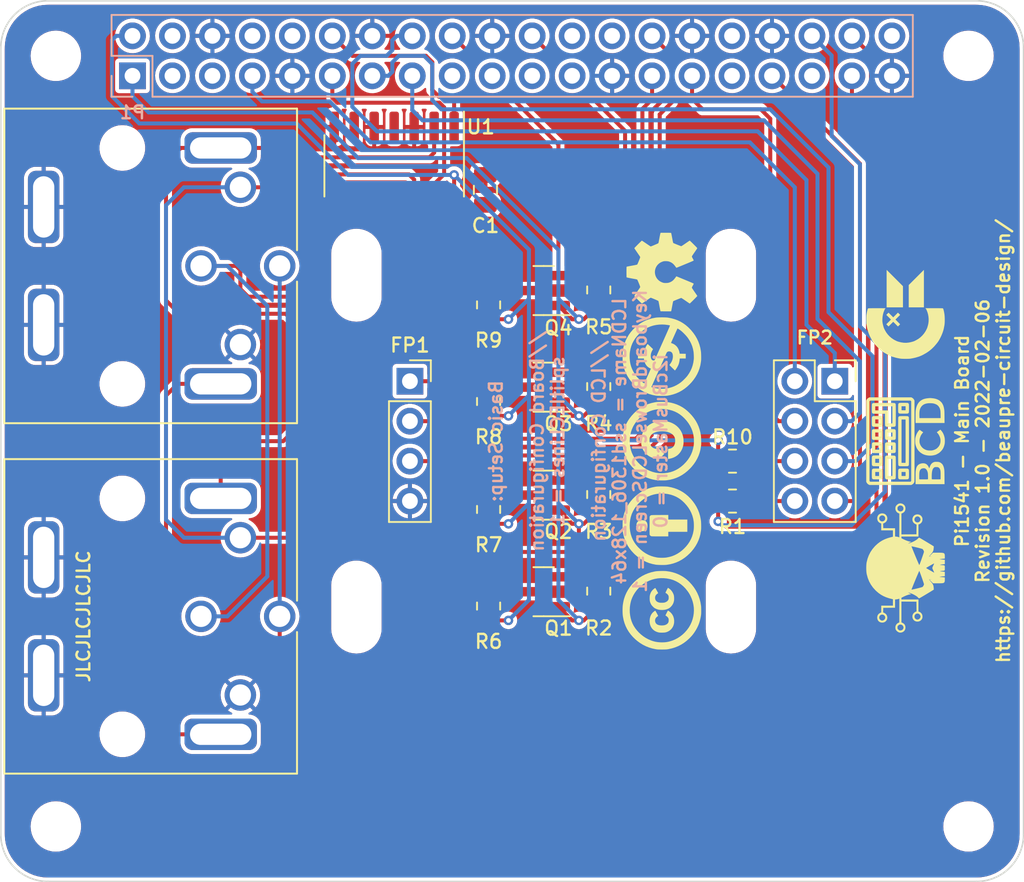
<source format=kicad_pcb>
(kicad_pcb (version 20211014) (generator pcbnew)
  (title_block (title "Pi1541 - Main Board") (date "2022-02-06") (rev "1.0") (company "Beaupré Circuit Design"))
  (layers (0 "F.Cu" mixed) (31 "B.Cu" mixed) (34 "B.Paste" user) (35 "F.Paste" user) (36 "B.SilkS" user "B.Silkscreen") (37 "F.SilkS" user "F.Silkscreen") (38 "B.Mask" user) (39 "F.Mask" user) (44 "Edge.Cuts" user))
  (net 0 "")
  (net 1 "+5V")
  (net 2 "GND")
  (net 3 "/SQR")
  (net 4 "/ATN")
  (net 5 "/CLOCK")
  (net 6 "/DATA")
  (net 7 "/RESET")
  (net 8 "+3V3")
  (net 13 "/36-LED")
  (net 14 "/33-SPEAKER")
  (net 17 "/7-SW4")
  (net 20 "/11-CLOCK_OUT")
  (net 21 "/12-DATA_OUT")
  (net 22 "/13-SW1")
  (net 23 "/15-SW2")
  (net 24 "/16-SW3")
  (net 25 "/18-ATN")
  (net 28 "/22-DATA_IN")
  (net 32 "/27-DS-SDA")
  (net 33 "/28-DS-SCL")
  (net 34 "/29-SW5")
  (net 38 "/37-CLOCK_IN")
  (net 39 "/38-RESET")
  (net 42 "/ACT_LED")
  (net 43 "/PWR_LED")
  (footprint "DIN_45322:DIN_45322" (layer "F.Cu") (at 114.725 95.141666 -90)
    (fp_text reference "J1")
    (fp_text value "DIN-45322")
    (pad "" np_thru_hole circle (at 7.5 0 270) (size 2.4 2.4) (drill 2.4) (layers *.Cu *.Mask))
    (pad "" np_thru_hole circle (at -7.5 0 270) (size 2.4 2.4) (drill 2.4) (layers *.Cu *.Mask))
    (pad "1" thru_hole roundrect (at 7.5 -6.25 270) (size 2 4.6) (drill oval 1.35 3.9) (layers *.Cu *.Mask) (net 3 "/SQR"))
    (pad "2" thru_hole circle (at 5 -7.5 270) (size 2 2) (drill 1.35) (layers *.Cu *.Mask) (net 2 "GND"))
    (pad "3" thru_hole circle (at 0 -5 270) (size 2 2) (drill 1.35) (layers *.Cu *.Mask) (net 4 "/ATN"))
    (pad "4" thru_hole circle (at -5 -7.5 270) (size 2 2) (drill 1.35) (layers *.Cu *.Mask) (net 5 "/CLOCK"))
    (pad "5" thru_hole roundrect (at -7.5 -6.25 270) (size 2 4.6) (drill oval 1.35 3.9) (layers *.Cu *.Mask) (net 6 "/DATA"))
    (pad "6" thru_hole circle (at 0 -10 270) (size 2 2) (drill 1.35) (layers *.Cu *.Mask) (net 7 "/RESET"))
    (pad "7" thru_hole roundrect (at 3.75 5) (size 2 4.6) (drill oval 1.35 3.9) (layers *.Cu *.Mask) (net 2 "GND"))
    (pad "7" thru_hole roundrect (at -3.75 5) (size 2 4.6) (drill oval 1.35 3.9) (layers *.Cu *.Mask) (net 2 "GND"))
  )
  (footprint "Resistor_SMD:R_0805_2012Metric" (layer "F.Cu") (at 153.5 85.27)
    (fp_text reference "R1" (at 0 4.17 180) (layer "F.SilkS") (effects (font (size 0.889 0.889))))
    (fp_text value "100Ω")
    (pad "1" smd roundrect (at -0.9125 0) (size 1.025 1.4) (layers "F.Cu" "F.Paste" "F.Mask") (roundrect_rratio 0.243902439) (net 8 "+3V3"))
    (pad "2" smd roundrect (at 0.9125 0) (size 1.025 1.4) (layers "F.Cu" "F.Paste" "F.Mask") (roundrect_rratio 0.243902439) (net 43 "/PWR_LED"))
  )
  (footprint "Resistor_SMD:R_0805_2012Metric" (layer "F.Cu") (at 145 80.530224 90)
    (fp_text reference "R4" (at -2.3525 0) (layer "F.SilkS") (effects (font (size 0.889 0.889))))
    (fp_text value "1KΩ")
    (pad "1" smd roundrect (at -0.9125 0 90) (size 1.025 1.4) (layers "F.Cu" "F.Paste" "F.Mask") (roundrect_rratio 0.243902439) (net 8 "+3V3"))
    (pad "2" smd roundrect (at 0.9125 0 90) (size 1.025 1.4) (layers "F.Cu" "F.Paste" "F.Mask") (roundrect_rratio 0.243902439) (net 28 "/22-DATA_IN"))
  )
  (footprint "Resistor_SMD:R_0805_2012Metric" (layer "F.Cu") (at 145 93.5375 90)
    (fp_text reference "R2" (at -2.3525 0) (layer "F.SilkS") (effects (font (size 0.889 0.889))))
    (fp_text value "1KΩ")
    (pad "1" smd roundrect (at -0.9125 0 90) (size 1.025 1.4) (layers "F.Cu" "F.Paste" "F.Mask") (roundrect_rratio 0.243902439) (net 8 "+3V3"))
    (pad "2" smd roundrect (at 0.9125 0 90) (size 1.025 1.4) (layers "F.Cu" "F.Paste" "F.Mask") (roundrect_rratio 0.243902439) (net 39 "/38-RESET"))
  )
  (footprint "Connector_PinSocket_2.54mm:PinSocket_1x04_P2.54mm_Vertical" (layer "F.Cu") (at 133 80.19)
    (fp_text reference "FP1" (at 0 -2.29) (layer "F.SilkS") (effects (font (size 0.889 0.889))))
    (fp_text value "Conn_01x04_Counter_Clockwise")
    (pad "1" thru_hole rect (at 0 0) (size 1.7 1.7) (drill 1) (layers *.Cu *.Mask) (net 32 "/27-DS-SDA"))
    (pad "2" thru_hole oval (at 0 2.54) (size 1.7 1.7) (drill 1) (layers *.Cu *.Mask) (net 33 "/28-DS-SCL"))
    (pad "3" thru_hole oval (at 0 5.08) (size 1.7 1.7) (drill 1) (layers *.Cu *.Mask) (net 8 "+3V3"))
    (pad "4" thru_hole oval (at 0 7.62) (size 1.7 1.7) (drill 1) (layers *.Cu *.Mask) (net 2 "GND"))
  )
  (footprint "DIN_45322:DIN_45322" (layer "F.Cu") (at 114.725 72.858333 -90)
    (fp_text reference "J2")
    (fp_text value "DIN-45322")
    (pad "" np_thru_hole circle (at -7.5 0 270) (size 2.4 2.4) (drill 2.4) (layers *.Cu *.Mask))
    (pad "" np_thru_hole circle (at 7.5 0 270) (size 2.4 2.4) (drill 2.4) (layers *.Cu *.Mask))
    (pad "1" thru_hole roundrect (at 7.5 -6.25 270) (size 2 4.6) (drill oval 1.35 3.9) (layers *.Cu *.Mask) (net 3 "/SQR"))
    (pad "2" thru_hole circle (at 5 -7.5 270) (size 2 2) (drill 1.35) (layers *.Cu *.Mask) (net 2 "GND"))
    (pad "3" thru_hole circle (at 0 -5 270) (size 2 2) (drill 1.35) (layers *.Cu *.Mask) (net 4 "/ATN"))
    (pad "4" thru_hole circle (at -5 -7.5 270) (size 2 2) (drill 1.35) (layers *.Cu *.Mask) (net 5 "/CLOCK"))
    (pad "5" thru_hole roundrect (at -7.5 -6.25 270) (size 2 4.6) (drill oval 1.35 3.9) (layers *.Cu *.Mask) (net 6 "/DATA"))
    (pad "6" thru_hole circle (at 0 -10 270) (size 2 2) (drill 1.35) (layers *.Cu *.Mask) (net 7 "/RESET"))
    (pad "7" thru_hole roundrect (at -3.75 5) (size 2 4.6) (drill oval 1.35 3.9) (layers *.Cu *.Mask) (net 2 "GND"))
    (pad "7" thru_hole roundrect (at 3.75 5) (size 2 4.6) (drill oval 1.35 3.9) (layers *.Cu *.Mask) (net 2 "GND"))
  )
  (footprint "MountingHole:MountingHole_2.7mm_M2.5" (layer "F.Cu") (at 168.5 108.5)
    (fp_text reference "MK4")
    (fp_text value "M2.5")
    (pad "" np_thru_hole circle (at 0 0) (size 2.7 2.7) (drill 2.7) (layers *.Cu *.Mask))
  )
  (footprint "Resistor_SMD:R_0805_2012Metric" (layer "F.Cu") (at 138 94.4875 90)
    (fp_text reference "R6" (at -2.2525 0) (layer "F.SilkS") (effects (font (size 0.889 0.889))))
    (fp_text value "1KΩ")
    (pad "1" smd roundrect (at -0.9125 0 90) (size 1.025 1.4) (layers "F.Cu" "F.Paste" "F.Mask") (roundrect_rratio 0.243902439) (net 1 "+5V"))
    (pad "2" smd roundrect (at 0.9125 0 90) (size 1.025 1.4) (layers "F.Cu" "F.Paste" "F.Mask") (roundrect_rratio 0.243902439) (net 7 "/RESET"))
  )
  (footprint "Resistor_SMD:R_0805_2012Metric" (layer "F.Cu") (at 153.5 87.81)
    (fp_text reference "R10" (at 0 -4.07) (layer "F.SilkS") (effects (font (size 0.889 0.889))))
    (fp_text value "100Ω")
    (pad "1" smd roundrect (at -0.9125 0) (size 1.025 1.4) (layers "F.Cu" "F.Paste" "F.Mask") (roundrect_rratio 0.243902439) (net 13 "/36-LED"))
    (pad "2" smd roundrect (at 0.9125 0) (size 1.025 1.4) (layers "F.Cu" "F.Paste" "F.Mask") (roundrect_rratio 0.243902439) (net 42 "/ACT_LED"))
  )
  (footprint "Creative_Common:CreativeCommons_NonCommercial_5mm" (layer "F.Cu") (at 149.010384 78.626393 90)
    (fp_text reference "G7" hide)
    (fp_text value "CreativeCommons_NonCommercial" hide)
  )
  (footprint "MountingHole:MountingHole_2.7mm_M2.5" (layer "F.Cu") (at 110.5 108.5)
    (fp_text reference "MK3" hide)
    (fp_text value "M2.5" hide)
    (pad "" np_thru_hole circle (at 0 0) (size 2.7 2.7) (drill 2.7) (layers *.Cu *.Mask))
  )
  (footprint "Connector_PinSocket_2.54mm:PinSocket_2x04_P2.54mm_Vertical" (layer "F.Cu") (at 160 80.19)
    (fp_text reference "FP2" (at -1.27 -2.77) (layer "F.SilkS") (effects (font (size 0.8128 0.8128) (thickness 0.1524))))
    (fp_text value "Conn_02x04_Counter_Clockwise")
    (pad "1" thru_hole rect (at 0 0) (size 1.7 1.7) (drill 1) (layers *.Cu *.Mask) (net 24 "/16-SW3"))
    (pad "2" thru_hole oval (at -2.54 0) (size 1.7 1.7) (drill 1) (layers *.Cu *.Mask) (net 17 "/7-SW4"))
    (pad "3" thru_hole oval (at 0 2.54) (size 1.7 1.7) (drill 1) (layers *.Cu *.Mask) (net 23 "/15-SW2"))
    (pad "4" thru_hole oval (at -2.54 2.54) (size 1.7 1.7) (drill 1) (layers *.Cu *.Mask) (net 34 "/29-SW5"))
    (pad "5" thru_hole oval (at 0 5.08) (size 1.7 1.7) (drill 1) (layers *.Cu *.Mask) (net 22 "/13-SW1"))
    (pad "6" thru_hole oval (at -2.54 5.08) (size 1.7 1.7) (drill 1) (layers *.Cu *.Mask) (net 43 "/PWR_LED"))
    (pad "7" thru_hole oval (at 0 7.62) (size 1.7 1.7) (drill 1) (layers *.Cu *.Mask) (net 14 "/33-SPEAKER"))
    (pad "8" thru_hole oval (at -2.54 7.62) (size 1.7 1.7) (drill 1) (layers *.Cu *.Mask) (net 42 "/ACT_LED"))
  )
  (footprint "BeaupreCircuitDesign:ChickenLips_5mm" (layer "F.Cu") (at 164.489973 75.944855 90)
    (fp_text reference "G2" hide)
    (fp_text value "ChickenLips" hide)
  )
  (footprint "BeaupreCircuitDesign:Open_Source_Hardware_5mm" (layer "F.Cu") (at 149.007744 73.25 90)
    (fp_text reference "G3" hide)
    (fp_text value "OpenSource_Hardware" hide)
  )
  (footprint "BeaupreCircuitDesign:BCD_Logo_5mm" (layer "F.Cu") (at 164.495325 84.001383 90)
    (fp_text reference "G1" hide)
    (fp_text value "BCD_Logo" hide)
  )
  (footprint "Package_TO_SOT_SMD:SOT-23" (layer "F.Cu") (at 141.5 80.567724 180)
    (fp_text reference "Q3" (at -0.9375 -2.332276) (layer "F.SilkS") (effects (font (size 0.889 0.889))))
    (fp_text value "BSS138")
    (pad "1" smd roundrect (at -0.9375 -0.95 180) (size 1.475 0.6) (layers "F.Cu" "F.Paste" "F.Mask") (net 8 "+3V3"))
    (pad "2" smd roundrect (at -0.9375 0.95 180) (size 1.475 0.6) (layers "F.Cu" "F.Paste" "F.Mask") (net 28 "/22-DATA_IN"))
    (pad "3" smd roundrect (at 0.9375 0 180) (size 1.475 0.6) (layers "F.Cu" "F.Paste" "F.Mask") (net 6 "/DATA"))
  )
  (footprint "Resistor_SMD:R_0805_2012Metric" (layer "F.Cu") (at 138 81.480224 90)
    (fp_text reference "R8" (at -2.2525 0) (layer "F.SilkS") (effects (font (size 0.889 0.889))))
    (fp_text value "1KΩ" hide)
    (pad "1" smd roundrect (at -0.9125 0 90) (size 1.025 1.4) (layers "F.Cu" "F.Paste" "F.Mask") (roundrect_rratio 0.243902439) (net 1 "+5V"))
    (pad "2" smd roundrect (at 0.9125 0 90) (size 1.025 1.4) (layers "F.Cu" "F.Paste" "F.Mask") (roundrect_rratio 0.243902439) (net 6 "/DATA"))
  )
  (footprint "Resistor_SMD:R_0805_2012Metric" (layer "F.Cu") (at 138 88.344767 90)
    (fp_text reference "R7" (at -2.2525 0) (layer "F.SilkS") (effects (font (size 0.889 0.889))))
    (fp_text value "1KΩ")
    (pad "1" smd roundrect (at -0.9125 0 90) (size 1.025 1.4) (layers "F.Cu" "F.Paste" "F.Mask") (roundrect_rratio 0.243902439) (net 1 "+5V"))
    (pad "2" smd roundrect (at 0.9125 0 90) (size 1.025 1.4) (layers "F.Cu" "F.Paste" "F.Mask") (roundrect_rratio 0.243902439) (net 5 "/CLOCK"))
  )
  (footprint "Display_I2C_OLED:128x64 I2C OLED Mounting Holes" (layer "F.Cu") (at 141.5 84 90)
    (fp_text reference "DM1")
    (fp_text value "128x64_I2C_OLED_Mounting_Holes" hide)
    (pad "" np_thru_hole oval (at -10.55 11.9 90) (size 5.4 2.7) (drill oval 5.4 2.7) (layers F&B.Cu *.Mask))
    (pad "" np_thru_hole oval (at 10.55 -11.9 90) (size 5.4 2.7) (drill oval 5.4 2.7) (layers F&B.Cu *.Mask))
    (pad "" np_thru_hole oval (at 10.55 11.9 90) (size 5.4 2.7) (drill oval 5.4 2.7) (layers F&B.Cu *.Mask))
    (pad "" np_thru_hole oval (at -10.55 -11.9 90) (size 5.4 2.7) (drill oval 5.4 2.7) (layers F&B.Cu *.Mask))
  )
  (footprint "Creative_Common:CreativeCommons_Attribution_5mm" (layer "F.Cu") (at 149.010384 89.376215 90)
    (fp_text reference "G6" hide)
    (fp_text value "CreativeCommons_Attribution" hide)
  )
  (footprint "Capacitor_SMD:C_0805_2012Metric" (layer "F.Cu") (at 137.8 68.0225 90)
    (fp_text reference "C1" (at -2.275 0) (layer "F.SilkS") (effects (font (size 0.889 0.889))))
    (fp_text value "100nF")
    (pad "1" smd roundrect (at -0.95 0 90) (size 1 1.45) (layers "F.Cu" "F.Paste" "F.Mask") (net 1 "+5V"))
    (pad "2" smd roundrect (at 0.95 0 90) (size 1 1.45) (layers "F.Cu" "F.Paste" "F.Mask") (net 2 "GND"))
  )
  (footprint "Package_TO_SOT_SMD:SOT-23" (layer "F.Cu") (at 141.5 93.575 180)
    (fp_text reference "Q1" (at -0.9375 -2.325) (layer "F.SilkS") (effects (font (size 0.889 0.889))))
    (fp_text value "BSS138")
    (pad "1" smd roundrect (at -0.9375 -0.95 180) (size 1.475 0.6) (layers "F.Cu" "F.Paste" "F.Mask") (net 8 "+3V3"))
    (pad "2" smd roundrect (at -0.9375 0.95 180) (size 1.475 0.6) (layers "F.Cu" "F.Paste" "F.Mask") (net 39 "/38-RESET"))
    (pad "3" smd roundrect (at 0.9375 0 180) (size 1.475 0.6) (layers "F.Cu" "F.Paste" "F.Mask") (net 7 "/RESET"))
  )
  (footprint "Package_TO_SOT_SMD:SOT-23" (layer "F.Cu") (at 141.5 74.425 180)
    (fp_text reference "Q4" (at -0.9375 -2.375) (layer "F.SilkS") (effects (font (size 0.889 0.889))))
    (fp_text value "BSS138")
    (pad "1" smd roundrect (at -0.9375 -0.95 180) (size 1.475 0.6) (layers "F.Cu" "F.Paste" "F.Mask") (net 8 "+3V3"))
    (pad "2" smd roundrect (at -0.9375 0.95 180) (size 1.475 0.6) (layers "F.Cu" "F.Paste" "F.Mask") (net 25 "/18-ATN"))
    (pad "3" smd roundrect (at 0.9375 0 180) (size 1.475 0.6) (layers "F.Cu" "F.Paste" "F.Mask") (net 4 "/ATN"))
  )
  (footprint "Creative_Common:CreativeCommons_ShareAlike_5mm" (layer "F.Cu") (at 149.01316 84.000224 90)
    (fp_text reference "G8" hide)
    (fp_text value "CreativeCommons_ShareAlike" hide)
  )
  (footprint "Resistor_SMD:R_0805_2012Metric" (layer "F.Cu") (at 145 74.3875 90)
    (fp_text reference "R5" (at -2.3525 0) (layer "F.SilkS") (effects (font (size 0.889 0.889))))
    (fp_text value "1KΩ")
    (pad "1" smd roundrect (at -0.9125 0 90) (size 1.025 1.4) (layers "F.Cu" "F.Paste" "F.Mask") (roundrect_rratio 0.243902439) (net 8 "+3V3"))
    (pad "2" smd roundrect (at 0.9125 0 90) (size 1.025 1.4) (layers "F.Cu" "F.Paste" "F.Mask") (roundrect_rratio 0.243902439) (net 25 "/18-ATN"))
  )
  (footprint "Creative_Common:CreativeCommons_5mm" (layer "F.Cu") (at 149.013256 94.754848 90)
    (fp_text reference "G5" hide)
    (fp_text value "CreativeCommons" hide)
  )
  (footprint "Resistor_SMD:R_0805_2012Metric" (layer "F.Cu") (at 145 87.394767 90)
    (fp_text reference "R3" (at -2.3525 0) (layer "F.SilkS") (effects (font (size 0.889 0.889))))
    (fp_text value "1KΩ")
    (pad "1" smd roundrect (at -0.9125 0 90) (size 1.025 1.4) (layers "F.Cu" "F.Paste" "F.Mask") (roundrect_rratio 0.243902439) (net 8 "+3V3"))
    (pad "2" smd roundrect (at 0.9125 0 90) (size 1.025 1.4) (layers "F.Cu" "F.Paste" "F.Mask") (roundrect_rratio 0.243902439) (net 38 "/37-CLOCK_IN"))
  )
  (footprint "MountingHole:MountingHole_2.7mm_M2.5" (layer "F.Cu") (at 110.5 59.5 180)
    (fp_text reference "MK1")
    (fp_text value "M2.5")
    (pad "" np_thru_hole circle (at 0 0 180) (size 2.7 2.7) (drill 2.7) (layers *.Cu *.Mask))
  )
  (footprint "Package_SO:SOIC-14_3.9x8.7mm_P1.27mm" (layer "F.Cu") (at 132 66.4975 -90)
    (fp_text reference "U1" (at -2.475 -5.5 180) (layer "F.SilkS") (effects (font (size 0.889 0.889))))
    (fp_text value "74LS06")
    (pad "1" smd roundrect (at -2.475 -3.81 270) (size 1.95 0.6) (layers "F.Cu" "F.Paste" "F.Mask") (net 21 "/12-DATA_OUT"))
    (pad "2" smd roundrect (at -2.475 -2.54 270) (size 1.95 0.6) (layers "F.Cu" "F.Paste" "F.Mask") (net 6 "/DATA"))
    (pad "3" smd roundrect (at -2.475 -1.27 270) (size 1.95 0.6) (layers "F.Cu" "F.Paste" "F.Mask") (net 2 "GND"))
    (pad "4" smd roundrect (at -2.475 0 270) (size 1.95 0.6) (layers "F.Cu" "F.Paste" "F.Mask"))
    (pad "5" smd roundrect (at -2.475 1.27 270) (size 1.95 0.6) (layers "F.Cu" "F.Paste" "F.Mask") (net 2 "GND"))
    (pad "6" smd roundrect (at -2.475 2.54 270) (size 1.95 0.6) (layers "F.Cu" "F.Paste" "F.Mask"))
    (pad "7" smd roundrect (at -2.475 3.81 270) (size 1.95 0.6) (layers "F.Cu" "F.Paste" "F.Mask") (net 2 "GND"))
    (pad "8" smd roundrect (at 2.475 3.81 270) (size 1.95 0.6) (layers "F.Cu" "F.Paste" "F.Mask"))
    (pad "9" smd roundrect (at 2.475 2.54 270) (size 1.95 0.6) (layers "F.Cu" "F.Paste" "F.Mask") (net 2 "GND"))
    (pad "10" smd roundrect (at 2.475 1.27 270) (size 1.95 0.6) (layers "F.Cu" "F.Paste" "F.Mask"))
    (pad "11" smd roundrect (at 2.475 0 270) (size 1.95 0.6) (layers "F.Cu" "F.Paste" "F.Mask") (net 2 "GND"))
    (pad "12" smd roundrect (at 2.475 -1.27 270) (size 1.95 0.6) (layers "F.Cu" "F.Paste" "F.Mask") (net 5 "/CLOCK"))
    (pad "13" smd roundrect (at 2.475 -2.54 270) (size 1.95 0.6) (layers "F.Cu" "F.Paste" "F.Mask") (net 20 "/11-CLOCK_OUT"))
    (pad "14" smd roundrect (at 2.475 -3.81 270) (size 1.95 0.6) (layers "F.Cu" "F.Paste" "F.Mask") (net 1 "+5V"))
  )
  (footprint "MountingHole:MountingHole_2.7mm_M2.5" (layer "F.Cu") (at 168.5 59.5 180)
    (fp_text reference "MK2" hide)
    (fp_text value "M2.5" hide)
    (pad "" np_thru_hole circle (at 0 0 180) (size 2.7 2.7) (drill 2.7) (layers *.Cu *.Mask))
  )
  (footprint "BeaupreCircuitDesign:Skull_5mm" (layer "F.Cu") (at 164.492793 92.066116 90)
    (fp_text reference "G4" hide)
    (fp_text value "Skull" hide)
  )
  (footprint "Resistor_SMD:R_0805_2012Metric" (layer "F.Cu") (at 138 75.3375 90)
    (fp_text reference "R9" (at -2.2525 0) (layer "F.SilkS") (effects (font (size 0.889 0.889))))
    (fp_text value "1KΩ")
    (pad "1" smd roundrect (at -0.9125 0 90) (size 1.025 1.4) (layers "F.Cu" "F.Paste" "F.Mask") (roundrect_rratio 0.243902439) (net 1 "+5V"))
    (pad "2" smd roundrect (at 0.9125 0 90) (size 1.025 1.4) (layers "F.Cu" "F.Paste" "F.Mask") (roundrect_rratio 0.243902439) (net 4 "/ATN"))
  )
  (footprint "Package_TO_SOT_SMD:SOT-23" (layer "F.Cu") (at 141.5 87.432267 180)
    (fp_text reference "Q2" (at -0.9375 -2.317733) (layer "F.SilkS") (effects (font (size 0.889 0.889))))
    (fp_text value "BSS138")
    (pad "1" smd roundrect (at -0.9375 -0.95 180) (size 1.475 0.6) (layers "F.Cu" "F.Paste" "F.Mask") (net 8 "+3V3"))
    (pad "2" smd roundrect (at -0.9375 0.95 180) (size 1.475 0.6) (layers "F.Cu" "F.Paste" "F.Mask") (net 38 "/37-CLOCK_IN"))
    (pad "3" smd roundrect (at 0.9375 0 180) (size 1.475 0.6) (layers "F.Cu" "F.Paste" "F.Mask") (net 5 "/CLOCK"))
  )
  (footprint "Connector_PinSocket_2.54mm:PinSocket_2x20_P2.54mm_Vertical" (layer "B.Cu") (at 115.37 60.77 -90)
    (fp_text reference "P1" (at 2.33 0) (layer "B.SilkS") (effects (font (size 0.8128 0.8128) (thickness 0.1524)) (justify mirror)))
    (fp_text value "Conn_02x20_Odd_Even" hide)
    (pad "1" thru_hole rect (at 0 0 270) (size 1.7 1.7) (drill 1) (layers *.Cu *.Mask) (net 8 "+3V3"))
    (pad "2" thru_hole oval (at -2.54 0 270) (size 1.7 1.7) (drill 1) (layers *.Cu *.Mask) (net 1 "+5V"))
    (pad "3" thru_hole oval (at 0 -2.54 270) (size 1.7 1.7) (drill 1) (layers *.Cu *.Mask))
    (pad "4" thru_hole oval (at -2.54 -2.54 270) (size 1.7 1.7) (drill 1) (layers *.Cu *.Mask))
    (pad "5" thru_hole oval (at 0 -5.08 270) (size 1.7 1.7) (drill 1) (layers *.Cu *.Mask))
    (pad "6" thru_hole oval (at -2.54 -5.08 270) (size 1.7 1.7) (drill 1) (layers *.Cu *.Mask) (net 2 "GND"))
    (pad "7" thru_hole oval (at 0 -7.62 270) (size 1.7 1.7) (drill 1) (layers *.Cu *.Mask) (net 17 "/7-SW4"))
    (pad "8" thru_hole oval (at -2.54 -7.62 270) (size 1.7 1.7) (drill 1) (layers *.Cu *.Mask))
    (pad "9" thru_hole oval (at 0 -10.16 270) (size 1.7 1.7) (drill 1) (layers *.Cu *.Mask) (net 2 "GND"))
    (pad "10" thru_hole oval (at -2.54 -10.16 270) (size 1.7 1.7) (drill 1) (layers *.Cu *.Mask))
    (pad "11" thru_hole oval (at 0 -12.7 270) (size 1.7 1.7) (drill 1) (layers *.Cu *.Mask) (net 20 "/11-CLOCK_OUT"))
    (pad "12" thru_hole oval (at -2.54 -12.7 270) (size 1.7 1.7) (drill 1) (layers *.Cu *.Mask) (net 21 "/12-DATA_OUT"))
    (pad "13" thru_hole oval (at 0 -15.24 270) (size 1.7 1.7) (drill 1) (layers *.Cu *.Mask) (net 22 "/13-SW1"))
    (pad "14" thru_hole oval (at -2.54 -15.24 270) (size 1.7 1.7) (drill 1) (layers *.Cu *.Mask) (net 2 "GND"))
    (pad "15" thru_hole oval (at 0 -17.78 270) (size 1.7 1.7) (drill 1) (layers *.Cu *.Mask) (net 23 "/15-SW2"))
    (pad "16" thru_hole oval (at -2.54 -17.78 270) (size 1.7 1.7) (drill 1) (layers *.Cu *.Mask) (net 24 "/16-SW3"))
    (pad "17" thru_hole oval (at 0 -20.32 270) (size 1.7 1.7) (drill 1) (layers *.Cu *.Mask))
    (pad "18" thru_hole oval (at -2.54 -20.32 270) (size 1.7 1.7) (drill 1) (layers *.Cu *.Mask) (net 25 "/18-ATN"))
    (pad "19" thru_hole oval (at 0 -22.86 270) (size 1.7 1.7) (drill 1) (layers *.Cu *.Mask))
    (pad "20" thru_hole oval (at -2.54 -22.86 270) (size 1.7 1.7) (drill 1) (layers *.Cu *.Mask) (net 2 "GND"))
    (pad "21" thru_hole oval (at 0 -25.4 270) (size 1.7 1.7) (drill 1) (layers *.Cu *.Mask))
    (pad "22" thru_hole oval (at -2.54 -25.4 270) (size 1.7 1.7) (drill 1) (layers *.Cu *.Mask) (net 28 "/22-DATA_IN"))
    (pad "23" thru_hole oval (at 0 -27.94 270) (size 1.7 1.7) (drill 1) (layers *.Cu *.Mask))
    (pad "24" thru_hole oval (at -2.54 -27.94 270) (size 1.7 1.7) (drill 1) (layers *.Cu *.Mask))
    (pad "25" thru_hole oval (at 0 -30.48 270) (size 1.7 1.7) (drill 1) (layers *.Cu *.Mask) (net 2 "GND"))
    (pad "26" thru_hole oval (at -2.54 -30.48 270) (size 1.7 1.7) (drill 1) (layers *.Cu *.Mask))
    (pad "27" thru_hole oval (at 0 -33.02 270) (size 1.7 1.7) (drill 1) (layers *.Cu *.Mask) (net 32 "/27-DS-SDA"))
    (pad "28" thru_hole oval (at -2.54 -33.02 270) (size 1.7 1.7) (drill 1) (layers *.Cu *.Mask) (net 33 "/28-DS-SCL"))
    (pad "29" thru_hole oval (at 0 -35.56 270) (size 1.7 1.7) (drill 1) (layers *.Cu *.Mask) (net 34 "/29-SW5"))
    (pad "30" thru_hole oval (at -2.54 -35.56 270) (size 1.7 1.7) (drill 1) (layers *.Cu *.Mask) (net 2 "GND"))
    (pad "31" thru_hole oval (at 0 -38.1 270) (size 1.7 1.7) (drill 1) (layers *.Cu *.Mask))
    (pad "32" thru_hole oval (at -2.54 -38.1 270) (size 1.7 1.7) (drill 1) (layers *.Cu *.Mask))
    (pad "33" thru_hole oval (at 0 -40.64 270) (size 1.7 1.7) (drill 1) (layers *.Cu *.Mask) (net 14 "/33-SPEAKER"))
    (pad "34" thru_hole oval (at -2.54 -40.64 270) (size 1.7 1.7) (drill 1) (layers *.Cu *.Mask) (net 2 "GND"))
    (pad "35" thru_hole oval (at 0 -43.18 270) (size 1.7 1.7) (drill 1) (layers *.Cu *.Mask))
    (pad "36" thru_hole oval (at -2.54 -43.18 270) (size 1.7 1.7) (drill 1) (layers *.Cu *.Mask) (net 13 "/36-LED"))
    (pad "37" thru_hole oval (at 0 -45.72 270) (size 1.7 1.7) (drill 1) (layers *.Cu *.Mask) (net 38 "/37-CLOCK_IN"))
    (pad "38" thru_hole oval (at -2.54 -45.72 270) (size 1.7 1.7) (drill 1) (layers *.Cu *.Mask) (net 39 "/38-RESET"))
    (pad "39" thru_hole oval (at 0 -48.26 270) (size 1.7 1.7) (drill 1) (layers *.Cu *.Mask) (net 2 "GND"))
    (pad "40" thru_hole oval (at -2.54 -48.26 270) (size 1.7 1.7) (drill 1) (layers *.Cu *.Mask))
  )
  (gr_arc (start 107 59) (mid 107.87868 56.87868) (end 110 56) (layer "Edge.Cuts") (width 0.1))
  (gr_arc (start 110 112) (mid 107.87868 111.12132) (end 107 109) (layer "Edge.Cuts") (width 0.1))
  (gr_arc (start 172 109) (mid 171.12132 111.12132) (end 169 112) (layer "Edge.Cuts") (width 0.1))
  (gr_line (start 110 112) (end 169 112) (layer "Edge.Cuts") (width 0.1))
  (gr_line (start 169 56) (end 110 56) (layer "Edge.Cuts") (width 0.1))
  (gr_line (start 172 109) (end 172 59) (layer "Edge.Cuts") (width 0.1))
  (gr_arc (start 169 56) (mid 171.12132 56.87868) (end 172 59) (layer "Edge.Cuts") (width 0.1))
  (gr_line (start 107 59) (end 107 109) (layer "Edge.Cuts") (width 0.1))
  (gr_text "Basic Setup:\n\n//Board Configuration\nsplitIECLines = 1\n\n//LCD Configuration\nLCDName = ssd1306_128x64\nKeyboardBrowseLCDScreen = 1\ni2cBusMaster = 0" (at 143.7 84 90) (layer "B.SilkS") (effects (font (size 0.8128 0.8128) (thickness 0.1524)) (justify mirror)))
  (gr_text "${TITLE}\nRevision ${REVISION} - ${ISSUE_DATE}\nhttps://github.com/beaupre-circuit-design/" (at 169.4 83.990001 90) (layer "F.SilkS") (effects (font (size 0.8128 0.8128) (thickness 0.1524))))
  (gr_text "JLCJLCJLCJLC" (at 112.254677 95.141666 90) (layer "F.SilkS") (effects (font (size 0.8128 0.8128) (thickness 0.1524))))
  (segment (start 135.81 68.9725) (end 138 68.9725) (width 0.254) (layer "F.Cu") (net 1))
  (segment (start 139.262499 89.257267) (end 138 89.257267) (width 0.254) (layer "F.Cu") (net 1))
  (segment (start 139.262499 76.25) (end 138 76.25) (width 0.254) (layer "F.Cu") (net 1))
  (segment (start 139.262499 82.392724) (end 138 82.392724) (width 0.254) (layer "F.Cu") (net 1))
  (segment (start 139.262499 95.4) (end 138 95.4) (width 0.254) (layer "F.Cu") (net 1))
  (segment (start 135.81 67.0725) (end 135.81 68.9725) (width 0.254) (layer "F.Cu") (net 1))
  (via (at 139.262499 76.25) (size 0.6) (drill 0.3) (layers "F.Cu" "B.Cu") (net 1))
  (via (at 135.81 67.0725) (size 0.6) (drill 0.3) (layers "F.Cu" "B.Cu") (net 1))
  (via (at 139.262499 89.257267) (size 0.6) (drill 0.3) (layers "F.Cu" "B.Cu") (net 1))
  (via (at 139.262499 82.392724) (size 0.6) (drill 0.3) (layers "F.Cu" "B.Cu") (net 1))
  (via (at 139.262499 95.4) (size 0.6) (drill 0.3) (layers "F.Cu" "B.Cu") (net 1))
  (segment (start 114.06104 62.06104) (end 114.06104 58.506879) (width 0.254) (layer "B.Cu") (net 1))
  (segment (start 115.8 63.8) (end 114.06104 62.06104) (width 0.254) (layer "B.Cu") (net 1))
  (segment (start 140.5625 81.092723) (end 139.262499 82.392724) (width 0.254) (layer "B.Cu") (net 1))
  (segment (start 140.5625 94.099999) (end 140.5625 71.8625) (width 0.254) (layer "B.Cu") (net 1))
  (segment (start 140.5625 71.825) (end 140.5625 71.8625) (width 0.254) (layer "B.Cu") (net 1))
  (segment (start 135.81 67.0725) (end 129.0725 67.0725) (width 0.254) (layer "B.Cu") (net 1))
  (segment (start 114.337919 58.23) (end 115.37 58.23) (width 0.254) (layer "B.Cu") (net 1))
  (segment (start 125.8 63.8) (end 115.8 63.8) (width 0.254) (layer "B.Cu") (net 1))
  (segment (start 139.262499 95.4) (end 140.5625 94.099999) (width 0.254) (layer "B.Cu") (net 1))
  (segment (start 140.5625 87.957266) (end 139.262499 89.257267) (width 0.254) (layer "B.Cu") (net 1))
  (segment (start 140.5625 74.949999) (end 139.262499 76.25) (width 0.254) (layer "B.Cu") (net 1))
  (segment (start 114.06104 58.506879) (end 114.337919 58.23) (width 0.254) (layer "B.Cu") (net 1))
  (segment (start 135.81 67.0725) (end 140.5625 71.825) (width 0.254) (layer "B.Cu") (net 1))
  (segment (start 129.0725 67.0725) (end 125.8 63.8) (width 0.254) (layer "B.Cu") (net 1))
  (segment (start 117.5 81.1) (end 117.5 101.8) (width 0.254) (layer "F.Cu") (net 3))
  (segment (start 118.241667 80.358333) (end 117.5 81.1) (width 0.254) (layer "F.Cu") (net 3))
  (segment (start 117.5 101.8) (end 118.341666 102.641666) (width 0.254) (layer "F.Cu") (net 3))
  (segment (start 120.975 80.358333) (end 118.241667 80.358333) (width 0.254) (layer "F.Cu") (net 3))
  (segment (start 118.341666 102.641666) (end 120.975 102.641666) (width 0.254) (layer "F.Cu") (net 3))
  (segment (start 135.574999 76.4) (end 134.804 77.170999) (width 0.254) (layer "F.Cu") (net 4))
  (segment (start 121.958333 72.858333) (end 119.725 72.858333) (width 0.254) (layer "F.Cu") (net 4))
  (segment (start 136.349999 74.425) (end 135.574999 75.2) (width 0.254) (layer "F.Cu") (net 4))
  (segment (start 135.574999 75.2) (end 135.574999 76.4) (width 0.254) (layer "F.Cu") (net 4))
  (segment (start 126.979001 75.479001) (end 126.315999 74.815999) (width 0.254) (layer "F.Cu") (net 4))
  (segment (start 126.315999 74.815999) (end 122.715999 74.815999) (width 0.254) (layer "F.Cu") (net 4))
  (segment (start 122.225 74.325) (end 122.225 73.125) (width 0.254) (layer "F.Cu") (net 4))
  (segment (start 122.225 73.125) (end 121.958333 72.858333) (width 0.254) (layer "F.Cu") (net 4))
  (segment (start 138 74.425) (end 136.349999 74.425) (width 0.254) (layer "F.Cu") (net 4))
  (segment (start 126.979001 76.379001) (end 126.979001 75.479001) (width 0.254) (layer "F.Cu") (net 4))
  (segment (start 122.715999 74.815999) (end 122.225 74.325) (width 0.254) (layer "F.Cu") (net 4))
  (segment (start 138 74.425) (end 140.5625 74.425) (width 0.254) (layer "F.Cu") (net 4))
  (segment (start 127.770999 77.170999) (end 126.979001 76.379001) (width 0.254) (layer "F.Cu") (net 4))
  (segment (start 134.804 77.170999) (end 127.770999 77.170999) (width 0.254) (layer "F.Cu") (net 4))
  (segment (start 119.725 72.858333) (end 121.394833 72.858333) (width 0.254) (layer "B.Cu") (net 4))
  (segment (start 119.725 95.141666) (end 121.394832 95.141666) (width 0.254) (layer "B.Cu") (net 4))
  (segment (start 121.394832 95.141666) (end 123.936499 92.599999) (width 0.254) (layer "B.Cu") (net 4))
  (segment (start 121.394833 72.858333) (end 123.936499 75.399999) (width 0.254) (layer "B.Cu") (net 4))
  (segment (start 123.936499 92.599999) (end 123.936499 75.399999) (width 0.254) (layer "B.Cu") (net 4))
  (segment (start 124.560167 67.039833) (end 123.741667 67.858333) (width 0.254) (layer "F.Cu") (net 5))
  (segment (start 138 87.432267) (end 140.5625 87.432267) (width 0.254) (layer "F.Cu") (net 5))
  (segment (start 128.632501 83.999999) (end 134.399999 83.999999) (width 0.254) (layer "F.Cu") (net 5))
  (segment (start 127.712499 84.920001) (end 128.632501 83.999999) (width 0.254) (layer "F.Cu") (net 5))
  (segment (start 134.399999 83.999999) (end 136.379631 85.979631) (width 0.254) (layer "F.Cu") (net 5))
  (segment (start 125.558334 90.141666) (end 127.712499 87.987501) (width 0.254) (layer "F.Cu") (net 5))
  (segment (start 137.5 85.979631) (end 138 86.479631) (width 0.254) (layer "F.Cu") (net 5))
  (segment (start 133.27 67.37) (end 132.939833 67.039833) (width 0.254) (layer "F.Cu") (net 5))
  (segment (start 132.939833 67.039833) (end 124.560167 67.039833) (width 0.254) (layer "F.Cu") (net 5))
  (segment (start 127.712499 87.987501) (end 127.712499 84.920001) (width 0.254) (layer "F.Cu") (net 5))
  (segment (start 138 86.479631) (end 138 87.432267) (width 0.254) (layer "F.Cu") (net 5))
  (segment (start 133.27 68.9725) (end 133.27 67.37) (width 0.254) (layer "F.Cu") (net 5))
  (segment (start 122.225 90.141666) (end 125.558334 90.141666) (width 0.254) (layer "F.Cu") (net 5))
  (segment (start 136.379631 85.979631) (end 137.5 85.979631) (width 0.254) (layer "F.Cu") (net 5))
  (segment (start 123.741667 67.858333) (end 122.225 67.858333) (width 0.254) (layer "F.Cu") (net 5))
  (segment (start 118.641667 90.141666) (end 117.5 88.999999) (width 0.254) (layer "B.Cu") (net 5))
  (segment (start 117.5 88.999999) (end 117.5 68.999999) (width 0.254) (layer "B.Cu") (net 5))
  (segment (start 122.225 67.858333) (end 118.641666 67.858333) (width 0.254) (layer "B.Cu") (net 5))
  (segment (start 118.641666 67.858333) (end 117.5 68.999999) (width 0.254) (layer "B.Cu") (net 5))
  (segment (start 122.225 90.141666) (end 118.641667 90.141666) (width 0.254) (layer "B.Cu") (net 5))
  (segment (start 120.975 85.077499) (end 120.975 87.641666) (width 0.254) (layer "F.Cu") (net 6))
  (segment (start 125.929999 76.729999) (end 125.100666 75.900666) (width 0.254) (layer "F.Cu") (net 6))
  (segment (start 120.975 65.358333) (end 123.958333 65.358333) (width 0.254) (layer "F.Cu") (net 6))
  (segment (start 124.555166 65.955166) (end 134.241667 65.955166) (width 0.254) (layer "F.Cu") (net 6))
  (segment (start 138 80.567724) (end 138 79.1) (width 0.254) (layer "F.Cu") (net 6))
  (segment (start 117.5 66.3) (end 118.441667 65.358333) (width 0.254) (layer "F.Cu") (net 6))
  (segment (start 134.54 65.656833) (end 134.241667 65.955166) (width 0.254) (layer "F.Cu") (net 6))
  (segment (start 123.958333 65.358333) (end 124.555166 65.955166) (width 0.254) (layer "F.Cu") (net 6))
  (segment (start 117.5 75.05) (end 117.5 66.3) (width 0.254) (layer "F.Cu") (net 6))
  (segment (start 118.350666 75.900666) (end 117.5 75.05) (width 0.254) (layer "F.Cu") (net 6))
  (segment (start 138 80.567724) (end 140.5625 80.567724) (width 0.254) (layer "F.Cu") (net 6))
  (segment (start 122.0525 83.999999) (end 120.975 85.077499) (width 0.254) (layer "F.Cu") (net 6))
  (segment (start 125.929999 83.020001) (end 124.950001 83.999999) (width 0.254) (layer "F.Cu") (net 6))
  (segment (start 126.768999 78.318999) (end 125.929999 79.157999) (width 0.254) (layer "F.Cu") (net 6))
  (segment (start 124.950001 83.999999) (end 122.0525 83.999999) (width 0.254) (layer "F.Cu") (net 6))
  (segment (start 125.100666 75.900666) (end 118.350666 75.900666) (width 0.254) (layer "F.Cu") (net 6))
  (segment (start 125.929999 77.479999) (end 125.929999 76.729999) (width 0.254) (layer "F.Cu") (net 6))
  (segment (start 118.441667 65.358333) (end 120.975 65.358333) (width 0.254) (layer "F.Cu") (net 6))
  (segment (start 126.768999 78.318999) (end 125.929999 77.479999) (width 0.254) (layer "F.Cu") (net 6))
  (segment (start 137.218999 78.318999) (end 126.768999 78.318999) (width 0.254) (layer "F.Cu") (net 6))
  (segment (start 138 79.1) (end 137.218999 78.318999) (width 0.254) (layer "F.Cu") (net 6))
  (segment (start 134.54 64.0225) (end 134.54 65.656833) (width 0.254) (layer "F.Cu") (net 6))
  (segment (start 125.929999 79.157999) (end 125.929999 83.020001) (width 0.254) (layer "F.Cu") (net 6))
  (segment (start 124.725 97.225) (end 125.8 98.3) (width 0.254) (layer "F.Cu") (net 7))
  (segment (start 124.725 95.141666) (end 124.725 97.225) (width 0.254) (layer "F.Cu") (net 7))
  (segment (start 138 93.575) (end 140.5625 93.575) (width 0.254) (layer "F.Cu") (net 7))
  (segment (start 133 97.1) (end 133 94.05) (width 0.254) (layer "F.Cu") (net 7))
  (segment (start 133 94.05) (end 133.475 93.575) (width 0.254) (layer "F.Cu") (net 7))
  (segment (start 133.475 93.575) (end 138 93.575) (width 0.254) (layer "F.Cu") (net 7))
  (segment (start 131.8 98.3) (end 133 97.1) (width 0.254) (layer "F.Cu") (net 7))
  (segment (start 125.8 98.3) (end 131.8 98.3) (width 0.254) (layer "F.Cu") (net 7))
  (segment (start 124.725 72.858333) (end 124.725 95.141666) (width 0.254) (layer "B.Cu") (net 7))
  (segment (start 143.3125 76.25) (end 142.4375 75.375) (width 0.254) (layer "F.Cu") (net 8))
  (segment (start 143.3125 82.392724) (end 142.4375 81.517724) (width 0.254) (layer "F.Cu") (net 8))
  (segment (start 143.737499 95.4) (end 144.05 95.4) (width 0.254) (layer "F.Cu") (net 8))
  (segment (start 152.5875 83.95) (end 152.5875 85.27) (width 0.254) (layer "F.Cu") (net 8))
  (segment (start 144.05 76.25) (end 145 75.3) (width 0.254) (layer "F.Cu") (net 8))
  (segment (start 143.737499 95.4) (end 143.3125 95.4) (width 0.254) (layer "F.Cu") (net 8))
  (segment (start 134.27 85.27) (end 135.574999 86.574999) (width 0.254) (layer "F.Cu") (net 8))
  (segment (start 143.3125 95.4) (end 142.4375 94.525) (width 0.254) (layer "F.Cu") (net 8))
  (segment (start 144.05 82.392724) (end 145 81.442724) (width 0.254) (layer "F.Cu") (net 8))
  (segment (start 144.05 89.257267) (end 145 88.307267) (width 0.254) (layer "F.Cu") (net 8))
  (segment (start 143.737499 90.262501) (end 143.737499 89.257267) (width 0.254) (layer "F.Cu") (net 8))
  (segment (start 143.737499 89.257267) (end 144.05 89.257267) (width 0.254) (layer "F.Cu") (net 8))
  (segment (start 133 85.27) (end 134.27 85.27) (width 0.254) (layer "F.Cu") (net 8))
  (segment (start 136.597383 91.047383) (end 142.952617 91.047383) (width 0.254) (layer "F.Cu") (net 8))
  (segment (start 143.737499 82.392724) (end 144.05 82.392724) (width 0.254) (layer "F.Cu") (net 8))
  (segment (start 143.3125 89.257267) (end 142.4375 88.382267) (width 0.254) (layer "F.Cu") (net 8))
  (segment (start 143.737499 89.257267) (end 143.3125 89.257267) (width 0.254) (layer "F.Cu") (net 8))
  (segment (start 143.737499 76.25) (end 144.05 76.25) (width 0.254) (layer "F.Cu") (net 8))
  (segment (start 143.737499 76.25) (end 143.3125 76.25) (width 0.254) (layer "F.Cu") (net 8))
  (segment (start 144.05 95.4) (end 145 94.45) (width 0.254) (layer "F.Cu") (net 8))
  (segment (start 135.574999 86.574999) (end 135.574999 90.024999) (width 0.254) (layer "F.Cu") (net 8))
  (segment (start 142.952617 91.047383) (end 143.737499 90.262501) (width 0.254) (layer "F.Cu") (net 8))
  (segment (start 135.574999 90.024999) (end 136.597383 91.047383) (width 0.254) (layer "F.Cu") (net 8))
  (segment (start 143.737499 82.392724) (end 143.3125 82.392724) (width 0.254) (layer "F.Cu") (net 8))
  (via (at 143.737499 95.4) (size 0.6) (drill 0.3) (layers "F.Cu" "B.Cu") (net 8))
  (via (at 143.737499 82.392724) (size 0.6) (drill 0.3) (layers "F.Cu" "B.Cu") (net 8))
  (via (at 143.737499 89.257267) (size 0.6) (drill 0.3) (layers "F.Cu" "B.Cu") (net 8))
  (via (at 152.5875 83.95) (size 0.6) (drill 0.3) (layers "F.Cu" "B.Cu") (net 8))
  (via (at 143.737499 76.25) (size 0.6) (drill 0.3) (layers "F.Cu" "B.Cu") (net 8))
  (segment (start 142.4375 94.100001) (end 143.737499 95.4) (width 0.254) (layer "B.Cu") (net 8))
  (segment (start 143.737499 82.392724) (end 142.4375 81.092725) (width 0.254) (layer "B.Cu") (net 8))
  (segment (start 145.294775 83.95) (end 152.5875 83.95) (width 0.254) (layer "B.Cu") (net 8))
  (segment (start 142.4375 71.8375) (end 136.6 66) (width 0.254) (layer "B.Cu") (net 8))
  (segment (start 136.6 66) (end 129.7 66) (width 0.254) (layer "B.Cu") (net 8))
  (segment (start 115.37 62.07) (end 115.37 60.77) (width 0.254) (layer "B.Cu") (net 8))
  (segment (start 142.4375 81.092725) (end 142.4375 71.8375) (width 0.254) (layer "B.Cu") (net 8))
  (segment (start 116.4 63.1) (end 115.37 62.07) (width 0.254) (layer "B.Cu") (net 8))
  (segment (start 143.737499 82.392724) (end 145.294775 83.95) (width 0.254) (layer "B.Cu") (net 8))
  (segment (start 142.4375 74.950001) (end 143.737499 76.25) (width 0.254) (layer "B.Cu") (net 8))
  (segment (start 142.4375 87.957268) (end 143.737499 89.257267) (width 0.254) (layer "B.Cu") (net 8))
  (segment (start 129.7 66) (end 126.8 63.1) (width 0.254) (layer "B.Cu") (net 8))
  (segment (start 142.4375 81.0625) (end 142.4375 94.100001) (width 0.254) (layer "B.Cu") (net 8))
  (segment (start 126.8 63.1) (end 116.4 63.1) (width 0.254) (layer "B.Cu") (net 8))
  (segment (start 152.5875 87.81) (end 152.5875 89.1) (width 0.254) (layer "F.Cu") (net 13))
  (via (at 152.5875 89.1) (size 0.6) (drill 0.3) (layers "F.Cu" "B.Cu") (net 13))
  (segment (start 161.05 89.35) (end 163.2 87.2) (width 0.254) (layer "B.Cu") (net 13))
  (segment (start 161.6 76.7) (end 161.6 66.4) (width 0.254) (layer "B.Cu") (net 13))
  (segment (start 159.8 59.48) (end 158.55 58.23) (width 0.254) (layer "B.Cu") (net 13))
  (segment (start 152.8375 89.35) (end 161.05 89.35) (width 0.254) (layer "B.Cu") (net 13))
  (segment (start 163.2 87.2) (end 163.2 78.3) (width 0.254) (layer "B.Cu") (net 13))
  (segment (start 159.8 64.6) (end 159.8 59.48) (width 0.254) (layer "B.Cu") (net 13))
  (segment (start 152.5875 89.1) (end 152.8375 89.35) (width 0.254) (layer "B.Cu") (net 13))
  (segment (start 163.2 78.3) (end 161.6 76.7) (width 0.254) (layer "B.Cu") (net 13))
  (segment (start 161.6 66.4) (end 159.8 64.6) (width 0.254) (layer "B.Cu") (net 13))
  (segment (start 156.01 60.77) (end 161.6 66.36) (width 0.254) (layer "F.Cu") (net 14))
  (segment (start 161.6 66.36) (end 161.6 87.5) (width 0.254) (layer "F.Cu") (net 14))
  (segment (start 161.6 87.5) (end 161.29 87.81) (width 0.254) (layer "F.Cu") (net 14))
  (segment (start 161.29 87.81) (end 160 87.81) (width 0.254) (layer "F.Cu") (net 14))
  (segment (start 122.99 61.79) (end 122.99 60.77) (width 0.254) (layer "B.Cu") (net 17))
  (segment (start 157.46 67.86) (end 154.6 65) (width 0.254) (layer "B.Cu") (net 17))
  (segment (start 130.5 65) (end 127.9 62.4) (width 0.254) (layer "B.Cu") (net 17))
  (segment (start 123.6 62.4) (end 122.99 61.79) (width 0.254) (layer "B.Cu") (net 17))
  (segment (start 154.6 65) (end 130.5 65) (width 0.254) (layer "B.Cu") (net 17))
  (segment (start 127.9 62.4) (end 123.6 62.4) (width 0.254) (layer "B.Cu") (net 17))
  (segment (start 157.46 80.19) (end 157.46 67.86) (width 0.254) (layer "B.Cu") (net 17))
  (segment (start 128.07 60.77) (end 128.07 62.17) (width 0.254) (layer "F.Cu") (net 20))
  (segment (start 135.174999 62.774999) (end 135.174999 67.025001) (width 0.254) (layer "F.Cu") (net 20))
  (segment (start 128.38052 62.48052) (end 134.88052 62.48052) (width 0.254) (layer "F.Cu") (net 20))
  (segment (start 128.07 62.17) (end 128.38052 62.48052) (width 0.254) (layer "F.Cu") (net 20))
  (segment (start 135.174999 67.025001) (end 134.54 67.66) (width 0.254) (layer "F.Cu") (net 20))
  (segment (start 134.88052 62.48052) (end 135.174999 62.774999) (width 0.254) (layer "F.Cu") (net 20))
  (segment (start 134.54 67.66) (end 134.54 68.9725) (width 0.254) (layer "F.Cu") (net 20))
  (segment (start 134.019999 59.5) (end 134.419999 59.9) (width 0.254) (layer "F.Cu") (net 21))
  (segment (start 134.419999 59.9) (end 134.419999 61.669999) (width 0.254) (layer "F.Cu") (net 21))
  (segment (start 134.85 62.1) (end 135.5 62.1) (width 0.254) (layer "F.Cu") (net 21))
  (segment (start 135.81 62.41) (end 135.81 64.0225) (width 0.254) (layer "F.Cu") (net 21))
  (segment (start 128.07 58.23) (end 129.34 59.5) (width 0.254) (layer "F.Cu") (net 21))
  (segment (start 134.419999 61.669999) (end 134.85 62.1) (width 0.254) (layer "F.Cu") (net 21))
  (segment (start 129.34 59.5) (end 134.019999 59.5) (width 0.254) (layer "F.Cu") (net 21))
  (segment (start 135.5 62.1) (end 135.81 62.41) (width 0.254) (layer "F.Cu") (net 21))
  (segment (start 134.419999 62.319999) (end 135 62.9) (width 0.254) (layer "B.Cu") (net 22))
  (segment (start 131.879999 59.920001) (end 132.300001 59.499999) (width 0.254) (layer "B.Cu") (net 22))
  (segment (start 162.4 78.6) (end 162.4 84.2) (width 0.254) (layer "B.Cu") (net 22))
  (segment (start 162.4 84.2) (end 161.33 85.27) (width 0.254) (layer "B.Cu") (net 22))
  (segment (start 134.419999 60.019999) (end 134.419999 62.319999) (width 0.254) (layer "B.Cu") (net 22))
  (segment (start 130.61 60.77) (end 131.63 60.77) (width 0.254) (layer "B.Cu") (net 22))
  (segment (start 131.879999 60.520001) (end 131.879999 59.920001) (width 0.254) (layer "B.Cu") (net 22))
  (segment (start 132.300001 59.499999) (end 133.899999 59.499999) (width 0.254) (layer "B.Cu") (net 22))
  (segment (start 131.63 60.77) (end 131.879999 60.520001) (width 0.254) (layer "B.Cu") (net 22))
  (segment (start 159.6 66.6) (end 159.6 75.8) (width 0.254) (layer "B.Cu") (net 22))
  (segment (start 135 62.9) (end 155.9 62.9) (width 0.254) (layer "B.Cu") (net 22))
  (segment (start 155.9 62.9) (end 159.6 66.6) (width 0.254) (layer "B.Cu") (net 22))
  (segment (start 161.33 85.27) (end 160 85.27) (width 0.254) (layer "B.Cu") (net 22))
  (segment (start 133.899999 59.499999) (end 134.419999 60.019999) (width 0.254) (layer "B.Cu") (net 22))
  (segment (start 159.6 75.8) (end 162.4 78.6) (width 0.254) (layer "B.Cu") (net 22))
  (segment (start 133.15 62.95) (end 133.15 60.77) (width 0.254) (layer "B.Cu") (net 23))
  (segment (start 133.8 63.6) (end 133.15 62.95) (width 0.254) (layer "B.Cu") (net 23))
  (segment (start 158.9 67) (end 155.5 63.6) (width 0.254) (layer "B.Cu") (net 23))
  (segment (start 161.6 78.923728) (end 158.9 76.223728) (width 0.254) (layer "B.Cu") (net 23))
  (segment (start 160 82.73) (end 161.07 82.73) (width 0.254) (layer "B.Cu") (net 23))
  (segment (start 155.5 63.6) (end 133.8 63.6) (width 0.254) (layer "B.Cu") (net 23))
  (segment (start 161.07 82.73) (end 161.6 82.2) (width 0.254) (layer "B.Cu") (net 23))
  (segment (start 158.9 76.223728) (end 158.9 67) (width 0.254) (layer "B.Cu") (net 23))
  (segment (start 161.6 82.2) (end 161.6 78.923728) (width 0.254) (layer "B.Cu") (net 23))
  (segment (start 131.879999 58.520001) (end 131.879999 59.139999) (width 0.254) (layer "B.Cu") (net 24))
  (segment (start 158.2 67.4) (end 158.2 76.6) (width 0.254) (layer "B.Cu") (net 24))
  (segment (start 129.850001 59.499999) (end 129.339999 60.010001) (width 0.254) (layer "B.Cu") (net 24))
  (segment (start 160 78.4) (end 160 80.19) (width 0.254) (layer "B.Cu") (net 24))
  (segment (start 133.15 58.23) (end 132.17 58.23) (width 0.254) (layer "B.Cu") (net 24))
  (segment (start 131.519999 59.499999) (end 129.850001 59.499999) (width 0.254) (layer "B.Cu") (net 24))
  (segment (start 132.17 58.23) (end 131.879999 58.520001) (width 0.254) (layer "B.Cu") (net 24))
  (segment (start 155.1 64.3) (end 158.2 67.4) (width 0.254) (layer "B.Cu") (net 24))
  (segment (start 131.879999 59.139999) (end 131.519999 59.499999) (width 0.254) (layer "B.Cu") (net 24))
  (segment (start 130.9 64.3) (end 155.1 64.3) (width 0.254) (layer "B.Cu") (net 24))
  (segment (start 129.339999 60.010001) (end 129.339999 62.739999) (width 0.254) (layer "B.Cu") (net 24))
  (segment (start 158.2 76.6) (end 160 78.4) (width 0.254) (layer "B.Cu") (net 24))
  (segment (start 129.339999 62.739999) (end 130.9 64.3) (width 0.254) (layer "B.Cu") (net 24))
  (segment (start 142.4375 65.1375) (end 142.4375 73.475) (width 0.254) (layer "F.Cu") (net 25))
  (segment (start 139.499999 59.899999) (end 139.499999 62.199999) (width 0.254) (layer "F.Cu") (net 25))
  (segment (start 139.499999 62.199999) (end 142.4375 65.1375) (width 0.254) (layer "F.Cu") (net 25))
  (segment (start 135.69 58.23) (end 136.959999 59.499999) (width 0.254) (layer "F.Cu") (net 25))
  (segment (start 139.099999 59.499999) (end 139.499999 59.899999) (width 0.254) (layer "F.Cu") (net 25))
  (segment (start 142.4375 73.475) (end 145 73.475) (width 0.254) (layer "F.Cu") (net 25))
  (segment (start 136.959999 59.499999) (end 139.099999 59.499999) (width 0.254) (layer "F.Cu") (net 25))
  (segment (start 142.4375 79.617724) (end 145 79.617724) (width 0.254) (layer "F.Cu") (net 28))
  (segment (start 144.579999 62.179999) (end 146.673665 64.273665) (width 0.254) (layer "F.Cu") (net 28))
  (segment (start 144.579999 59.879999) (end 144.579999 62.179999) (width 0.254) (layer "F.Cu") (net 28))
  (segment (start 146.432276 79.617724) (end 145 79.617724) (width 0.254) (layer "F.Cu") (net 28))
  (segment (start 140.77 58.23) (end 142.039999 59.499999) (width 0.254) (layer "F.Cu") (net 28))
  (segment (start 146.673665 64.273665) (end 146.673665 79.376335) (width 0.254) (layer "F.Cu") (net 28))
  (segment (start 146.673665 79.376335) (end 146.432276 79.617724) (width 0.254) (layer "F.Cu") (net 28))
  (segment (start 144.199999 59.499999) (end 144.579999 59.879999) (width 0.254) (layer "F.Cu") (net 28))
  (segment (start 142.039999 59.499999) (end 144.199999 59.499999) (width 0.254) (layer "F.Cu") (net 28))
  (segment (start 147.774331 83.425669) (end 147.354641 83.845359) (width 0.254) (layer "F.Cu") (net 32))
  (segment (start 147.774331 62.875669) (end 147.774331 83.425669) (width 0.254) (layer "F.Cu") (net 32))
  (segment (start 135.574999 82.374999) (end 135.574999 80.624999) (width 0.254) (layer "F.Cu") (net 32))
  (segment (start 135.574999 80.624999) (end 135.14 80.19) (width 0.254) (layer "F.Cu") (net 32))
  (segment (start 147.354641 83.845359) (end 137.045359 83.845359) (width 0.254) (layer "F.Cu") (net 32))
  (segment (start 148.39 60.77) (end 148.39 62.26) (width 0.254) (layer "F.Cu") (net 32))
  (segment (start 148.39 62.26) (end 147.774331 62.875669) (width 0.254) (layer "F.Cu") (net 32))
  (segment (start 135.14 80.19) (end 133 80.19) (width 0.254) (layer "F.Cu") (net 32))
  (segment (start 137.045359 83.845359) (end 135.574999 82.374999) (width 0.254) (layer "F.Cu") (net 32))
  (segment (start 147.787505 84.912495) (end 136.712495 84.912495) (width 0.254) (layer "F.Cu") (net 33))
  (segment (start 148.874997 83.825003) (end 147.787505 84.912495) (width 0.254) (layer "F.Cu") (net 33))
  (segment (start 148.874997 63.225003) (end 148.874997 83.825003) (width 0.254) (layer "F.Cu") (net 33))
  (segment (start 148.39 58.23) (end 149.65 59.49) (width 0.254) (layer "F.Cu") (net 33))
  (segment (start 134.53 82.73) (end 133 82.73) (width 0.254) (layer "F.Cu") (net 33))
  (segment (start 136.712495 84.912495) (end 134.53 82.73) (width 0.254) (layer "F.Cu") (net 33))
  (segment (start 149.65 59.49) (end 149.65 62.45) (width 0.254) (layer "F.Cu") (net 33))
  (segment (start 149.65 62.45) (end 148.874997 63.225003) (width 0.254) (layer "F.Cu") (net 33))
  (segment (start 150.93 60.77) (end 150.93 62.23) (width 0.254) (layer "F.Cu") (net 34))
  (segment (start 155.3 62.9) (end 155.9 63.5) (width 0.254) (layer "F.Cu") (net 34))
  (segment (start 150.93 62.23) (end 151.6 62.9) (width 0.254) (layer "F.Cu") (net 34))
  (segment (start 155.9 63.5) (end 155.9 82.2) (width 0.254) (layer "F.Cu") (net 34))
  (segment (start 155.9 82.2) (end 156.43 82.73) (width 0.254) (layer "F.Cu") (net 34))
  (segment (start 151.6 62.9) (end 155.3 62.9) (width 0.254) (layer "F.Cu") (net 34))
  (segment (start 156.43 82.73) (end 157.46 82.73) (width 0.254) (layer "F.Cu") (net 34))
  (segment (start 148.282267 86.482267) (end 145 86.482267) (width 0.254) (layer "F.Cu") (net 38))
  (segment (start 149.35 89.95) (end 148.887499 89.487499) (width 0.254) (layer "F.Cu") (net 38))
  (segment (start 161.775 89.95) (end 149.35 89.95) (width 0.254) (layer "F.Cu") (net 38))
  (segment (start 161.09 63.29) (end 162.65 64.85) (width 0.254) (layer "F.Cu") (net 38))
  (segment (start 162.65 64.85) (end 162.65 89.075) (width 0.254) (layer "F.Cu") (net 38))
  (segment (start 161.09 60.77) (end 161.09 63.29) (width 0.254) (layer "F.Cu") (net 38))
  (segment (start 142.4375 86.482267) (end 145 86.482267) (width 0.254) (layer "F.Cu") (net 38))
  (segment (start 148.887499 87.087499) (end 148.282267 86.482267) (width 0.254) (layer "F.Cu") (net 38))
  (segment (start 148.887499 89.487499) (end 148.887499 87.087499) (width 0.254) (layer "F.Cu") (net 38))
  (segment (start 162.65 89.075) (end 161.775 89.95) (width 0.254) (layer "F.Cu") (net 38))
  (segment (start 148.887499 92.3) (end 148.562499 92.625) (width 0.254) (layer "F.Cu") (net 39))
  (segment (start 163.75 64.65) (end 163.75 89.45) (width 0.254) (layer "F.Cu") (net 39))
  (segment (start 162.3 63.2) (end 163.75 64.65) (width 0.254) (layer "F.Cu") (net 39))
  (segment (start 162.2 91) (end 149.2 91) (width 0.254) (layer "F.Cu") (net 39))
  (segment (start 161.09 58.23) (end 162.3 59.44) (width 0.254) (layer "F.Cu") (net 39))
  (segment (start 162.3 59.44) (end 162.3 63.2) (width 0.254) (layer "F.Cu") (net 39))
  (segment (start 148.887499 91.312501) (end 148.887499 92.3) (width 0.254) (layer "F.Cu") (net 39))
  (segment (start 142.4375 92.625) (end 145 92.625) (width 0.254) (layer "F.Cu") (net 39))
  (segment (start 149.2 91) (end 148.887499 91.312501) (width 0.254) (layer "F.Cu") (net 39))
  (segment (start 163.75 89.45) (end 162.2 91) (width 0.254) (layer "F.Cu") (net 39))
  (segment (start 148.562499 92.625) (end 145 92.625) (width 0.254) (layer "F.Cu") (net 39))
  (segment (start 154.4125 87.81) (end 157.46 87.81) (width 0.254) (layer "F.Cu") (net 42))
  (segment (start 154.4125 85.27) (end 157.46 85.27) (width 0.254) (layer "F.Cu") (net 43))
  (zone (net 2) (net_name "GND") (layer "F.Cu") (connect_pads (clearance 0.254)) (min_thickness 0.127) (fill yes (thermal_gap 0.254) (thermal_bridge_width 0.254))
    (polygon (pts (xy 172 112) (xy 107 112) (xy 107 56) (xy 172 56)))
  )
  (zone (net 2) (net_name "GND") (layer "B.Cu") (connect_pads (clearance 0.254)) (min_thickness 0.127) (fill yes (thermal_gap 0.254) (thermal_bridge_width 0.254))
    (polygon (pts (xy 172 112) (xy 107 112) (xy 107 56) (xy 172 56)))
  )
)
</source>
